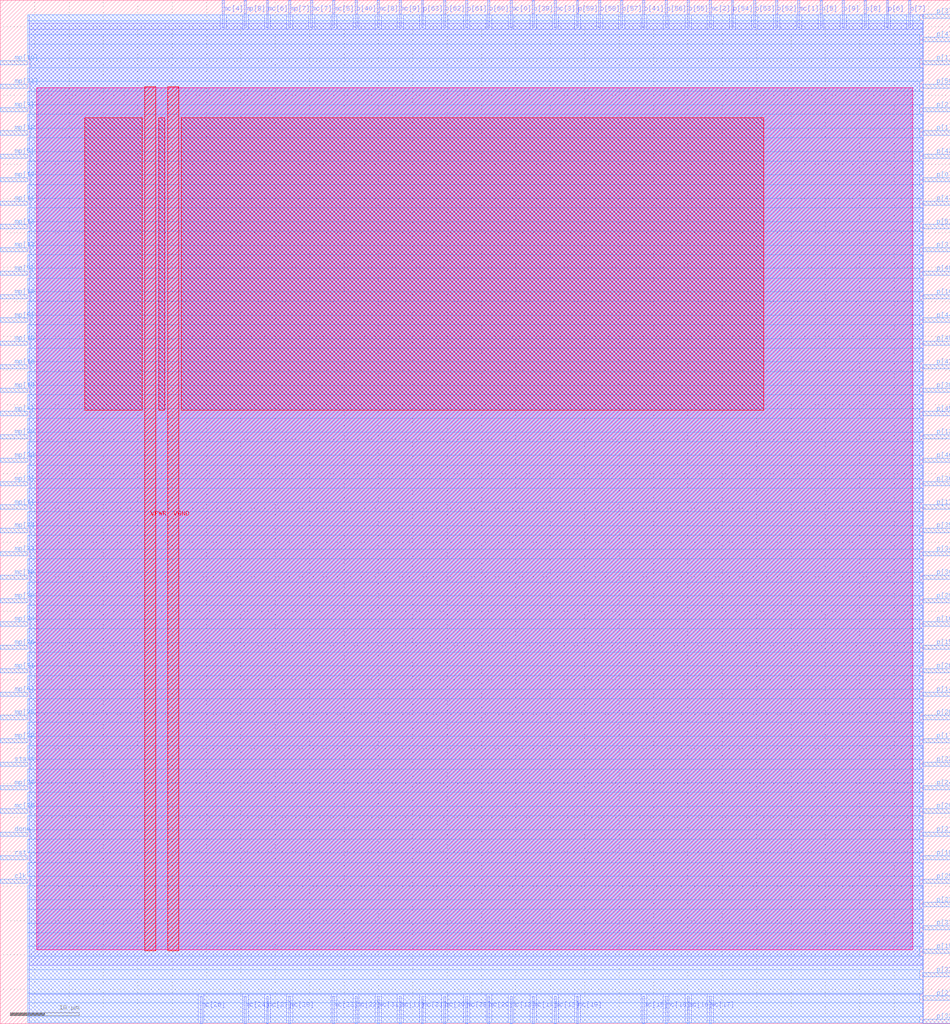
<source format=lef>
VERSION 5.7 ;
  NOWIREEXTENSIONATPIN ON ;
  DIVIDERCHAR "/" ;
  BUSBITCHARS "[]" ;
MACRO pm32
  CLASS BLOCK ;
  FOREIGN pm32 ;
  ORIGIN 0.000 0.000 ;
  SIZE 138.155 BY 148.875 ;
  PIN VGND
    DIRECTION INOUT ;
    USE GROUND ;
    PORT
      LAYER met4 ;
        RECT 24.340 10.640 25.940 136.240 ;
    END
  END VGND
  PIN VPWR
    DIRECTION INOUT ;
    USE POWER ;
    PORT
      LAYER met4 ;
        RECT 21.040 10.640 22.640 136.240 ;
    END
  END VPWR
  PIN clk
    DIRECTION INPUT ;
    USE SIGNAL ;
    ANTENNAGATEAREA 0.852000 ;
    PORT
      LAYER met3 ;
        RECT 0.000 20.440 4.000 21.040 ;
    END
  END clk
  PIN done
    DIRECTION OUTPUT ;
    USE SIGNAL ;
    ANTENNADIFFAREA 0.445500 ;
    PORT
      LAYER met3 ;
        RECT 0.000 27.240 4.000 27.840 ;
    END
  END done
  PIN mc[0]
    DIRECTION INPUT ;
    USE SIGNAL ;
    ANTENNAGATEAREA 0.196500 ;
    PORT
      LAYER met2 ;
        RECT 74.150 144.875 74.430 148.875 ;
    END
  END mc[0]
  PIN mc[10]
    DIRECTION INPUT ;
    USE SIGNAL ;
    ANTENNAGATEAREA 0.196500 ;
    PORT
      LAYER met3 ;
        RECT 0.000 64.640 4.000 65.240 ;
    END
  END mc[10]
  PIN mc[11]
    DIRECTION INPUT ;
    USE SIGNAL ;
    ANTENNAGATEAREA 0.196500 ;
    PORT
      LAYER met2 ;
        RECT 58.050 0.000 58.330 4.000 ;
    END
  END mc[11]
  PIN mc[12]
    DIRECTION INPUT ;
    USE SIGNAL ;
    ANTENNAGATEAREA 0.196500 ;
    PORT
      LAYER met2 ;
        RECT 74.150 0.000 74.430 4.000 ;
    END
  END mc[12]
  PIN mc[13]
    DIRECTION INPUT ;
    USE SIGNAL ;
    ANTENNAGATEAREA 0.196500 ;
    PORT
      LAYER met2 ;
        RECT 80.590 0.000 80.870 4.000 ;
    END
  END mc[13]
  PIN mc[14]
    DIRECTION INPUT ;
    USE SIGNAL ;
    ANTENNAGATEAREA 0.196500 ;
    PORT
      LAYER met2 ;
        RECT 77.370 0.000 77.650 4.000 ;
    END
  END mc[14]
  PIN mc[15]
    DIRECTION INPUT ;
    USE SIGNAL ;
    ANTENNAGATEAREA 0.196500 ;
    PORT
      LAYER met2 ;
        RECT 93.470 0.000 93.750 4.000 ;
    END
  END mc[15]
  PIN mc[16]
    DIRECTION INPUT ;
    USE SIGNAL ;
    ANTENNAGATEAREA 0.196500 ;
    PORT
      LAYER met2 ;
        RECT 99.910 0.000 100.190 4.000 ;
    END
  END mc[16]
  PIN mc[17]
    DIRECTION INPUT ;
    USE SIGNAL ;
    ANTENNAGATEAREA 0.196500 ;
    PORT
      LAYER met2 ;
        RECT 103.130 0.000 103.410 4.000 ;
    END
  END mc[17]
  PIN mc[18]
    DIRECTION INPUT ;
    USE SIGNAL ;
    ANTENNAGATEAREA 0.196500 ;
    PORT
      LAYER met2 ;
        RECT 96.690 0.000 96.970 4.000 ;
    END
  END mc[18]
  PIN mc[19]
    DIRECTION INPUT ;
    USE SIGNAL ;
    ANTENNAGATEAREA 0.196500 ;
    PORT
      LAYER met2 ;
        RECT 83.810 0.000 84.090 4.000 ;
    END
  END mc[19]
  PIN mc[1]
    DIRECTION INPUT ;
    USE SIGNAL ;
    ANTENNAGATEAREA 0.196500 ;
    PORT
      LAYER met2 ;
        RECT 116.010 144.875 116.290 148.875 ;
    END
  END mc[1]
  PIN mc[20]
    DIRECTION INPUT ;
    USE SIGNAL ;
    ANTENNAGATEAREA 0.196500 ;
    PORT
      LAYER met2 ;
        RECT 70.930 0.000 71.210 4.000 ;
    END
  END mc[20]
  PIN mc[21]
    DIRECTION INPUT ;
    USE SIGNAL ;
    ANTENNAGATEAREA 0.196500 ;
    PORT
      LAYER met2 ;
        RECT 61.270 0.000 61.550 4.000 ;
    END
  END mc[21]
  PIN mc[22]
    DIRECTION INPUT ;
    USE SIGNAL ;
    ANTENNAGATEAREA 0.196500 ;
    PORT
      LAYER met2 ;
        RECT 51.610 0.000 51.890 4.000 ;
    END
  END mc[22]
  PIN mc[23]
    DIRECTION INPUT ;
    USE SIGNAL ;
    ANTENNAGATEAREA 0.196500 ;
    PORT
      LAYER met2 ;
        RECT 48.390 0.000 48.670 4.000 ;
    END
  END mc[23]
  PIN mc[24]
    DIRECTION INPUT ;
    USE SIGNAL ;
    ANTENNAGATEAREA 0.196500 ;
    PORT
      LAYER met2 ;
        RECT 35.510 0.000 35.790 4.000 ;
    END
  END mc[24]
  PIN mc[25]
    DIRECTION INPUT ;
    USE SIGNAL ;
    ANTENNAGATEAREA 0.196500 ;
    PORT
      LAYER met3 ;
        RECT 0.000 30.640 4.000 31.240 ;
    END
  END mc[25]
  PIN mc[26]
    DIRECTION INPUT ;
    USE SIGNAL ;
    ANTENNAGATEAREA 0.196500 ;
    PORT
      LAYER met2 ;
        RECT 29.070 0.000 29.350 4.000 ;
    END
  END mc[26]
  PIN mc[27]
    DIRECTION INPUT ;
    USE SIGNAL ;
    ANTENNAGATEAREA 0.196500 ;
    PORT
      LAYER met2 ;
        RECT 38.730 0.000 39.010 4.000 ;
    END
  END mc[27]
  PIN mc[28]
    DIRECTION INPUT ;
    USE SIGNAL ;
    ANTENNAGATEAREA 0.196500 ;
    PORT
      LAYER met2 ;
        RECT 41.950 0.000 42.230 4.000 ;
    END
  END mc[28]
  PIN mc[29]
    DIRECTION INPUT ;
    USE SIGNAL ;
    ANTENNAGATEAREA 0.196500 ;
    PORT
      LAYER met2 ;
        RECT 67.710 0.000 67.990 4.000 ;
    END
  END mc[29]
  PIN mc[2]
    DIRECTION INPUT ;
    USE SIGNAL ;
    ANTENNAGATEAREA 0.196500 ;
    PORT
      LAYER met2 ;
        RECT 103.130 144.875 103.410 148.875 ;
    END
  END mc[2]
  PIN mc[30]
    DIRECTION INPUT ;
    USE SIGNAL ;
    ANTENNAGATEAREA 0.196500 ;
    PORT
      LAYER met2 ;
        RECT 64.490 0.000 64.770 4.000 ;
    END
  END mc[30]
  PIN mc[31]
    DIRECTION INPUT ;
    USE SIGNAL ;
    ANTENNAGATEAREA 0.196500 ;
    PORT
      LAYER met2 ;
        RECT 54.830 0.000 55.110 4.000 ;
    END
  END mc[31]
  PIN mc[3]
    DIRECTION INPUT ;
    USE SIGNAL ;
    ANTENNAGATEAREA 0.196500 ;
    PORT
      LAYER met2 ;
        RECT 80.590 144.875 80.870 148.875 ;
    END
  END mc[3]
  PIN mc[4]
    DIRECTION INPUT ;
    USE SIGNAL ;
    ANTENNAGATEAREA 0.196500 ;
    PORT
      LAYER met2 ;
        RECT 32.290 144.875 32.570 148.875 ;
    END
  END mc[4]
  PIN mc[5]
    DIRECTION INPUT ;
    USE SIGNAL ;
    ANTENNAGATEAREA 0.196500 ;
    PORT
      LAYER met2 ;
        RECT 48.390 144.875 48.670 148.875 ;
    END
  END mc[5]
  PIN mc[6]
    DIRECTION INPUT ;
    USE SIGNAL ;
    ANTENNAGATEAREA 0.196500 ;
    PORT
      LAYER met2 ;
        RECT 38.730 144.875 39.010 148.875 ;
    END
  END mc[6]
  PIN mc[7]
    DIRECTION INPUT ;
    USE SIGNAL ;
    ANTENNAGATEAREA 0.196500 ;
    PORT
      LAYER met2 ;
        RECT 45.170 144.875 45.450 148.875 ;
    END
  END mc[7]
  PIN mc[8]
    DIRECTION INPUT ;
    USE SIGNAL ;
    ANTENNAGATEAREA 0.196500 ;
    PORT
      LAYER met2 ;
        RECT 54.830 144.875 55.110 148.875 ;
    END
  END mc[8]
  PIN mc[9]
    DIRECTION INPUT ;
    USE SIGNAL ;
    ANTENNAGATEAREA 0.196500 ;
    PORT
      LAYER met2 ;
        RECT 58.050 144.875 58.330 148.875 ;
    END
  END mc[9]
  PIN mp[0]
    DIRECTION INPUT ;
    USE SIGNAL ;
    ANTENNAGATEAREA 0.196500 ;
    PORT
      LAYER met3 ;
        RECT 0.000 47.640 4.000 48.240 ;
    END
  END mp[0]
  PIN mp[10]
    DIRECTION INPUT ;
    USE SIGNAL ;
    ANTENNAGATEAREA 0.196500 ;
    PORT
      LAYER met3 ;
        RECT 0.000 139.440 4.000 140.040 ;
    END
  END mp[10]
  PIN mp[11]
    DIRECTION INPUT ;
    USE SIGNAL ;
    ANTENNAGATEAREA 0.196500 ;
    PORT
      LAYER met3 ;
        RECT 0.000 119.040 4.000 119.640 ;
    END
  END mp[11]
  PIN mp[12]
    DIRECTION INPUT ;
    USE SIGNAL ;
    ANTENNAGATEAREA 0.196500 ;
    PORT
      LAYER met3 ;
        RECT 0.000 112.240 4.000 112.840 ;
    END
  END mp[12]
  PIN mp[13]
    DIRECTION INPUT ;
    USE SIGNAL ;
    ANTENNAGATEAREA 0.196500 ;
    PORT
      LAYER met3 ;
        RECT 0.000 115.640 4.000 116.240 ;
    END
  END mp[13]
  PIN mp[14]
    DIRECTION INPUT ;
    USE SIGNAL ;
    ANTENNAGATEAREA 0.196500 ;
    PORT
      LAYER met3 ;
        RECT 0.000 105.440 4.000 106.040 ;
    END
  END mp[14]
  PIN mp[15]
    DIRECTION INPUT ;
    USE SIGNAL ;
    ANTENNAGATEAREA 0.196500 ;
    PORT
      LAYER met3 ;
        RECT 0.000 98.640 4.000 99.240 ;
    END
  END mp[15]
  PIN mp[16]
    DIRECTION INPUT ;
    USE SIGNAL ;
    ANTENNAGATEAREA 0.196500 ;
    PORT
      LAYER met3 ;
        RECT 0.000 95.240 4.000 95.840 ;
    END
  END mp[16]
  PIN mp[17]
    DIRECTION INPUT ;
    USE SIGNAL ;
    ANTENNAGATEAREA 0.196500 ;
    PORT
      LAYER met3 ;
        RECT 0.000 122.440 4.000 123.040 ;
    END
  END mp[17]
  PIN mp[18]
    DIRECTION INPUT ;
    USE SIGNAL ;
    ANTENNAGATEAREA 0.196500 ;
    PORT
      LAYER met3 ;
        RECT 0.000 129.240 4.000 129.840 ;
    END
  END mp[18]
  PIN mp[19]
    DIRECTION INPUT ;
    USE SIGNAL ;
    ANTENNAGATEAREA 0.196500 ;
    PORT
      LAYER met3 ;
        RECT 0.000 91.840 4.000 92.440 ;
    END
  END mp[19]
  PIN mp[1]
    DIRECTION INPUT ;
    USE SIGNAL ;
    ANTENNAGATEAREA 0.196500 ;
    PORT
      LAYER met3 ;
        RECT 0.000 74.840 4.000 75.440 ;
    END
  END mp[1]
  PIN mp[20]
    DIRECTION INPUT ;
    USE SIGNAL ;
    ANTENNAGATEAREA 0.196500 ;
    PORT
      LAYER met3 ;
        RECT 0.000 85.040 4.000 85.640 ;
    END
  END mp[20]
  PIN mp[21]
    DIRECTION INPUT ;
    USE SIGNAL ;
    ANTENNAGATEAREA 0.196500 ;
    PORT
      LAYER met3 ;
        RECT 0.000 136.040 4.000 136.640 ;
    END
  END mp[21]
  PIN mp[22]
    DIRECTION INPUT ;
    USE SIGNAL ;
    ANTENNAGATEAREA 0.196500 ;
    PORT
      LAYER met3 ;
        RECT 0.000 81.640 4.000 82.240 ;
    END
  END mp[22]
  PIN mp[23]
    DIRECTION INPUT ;
    USE SIGNAL ;
    ANTENNAGATEAREA 0.196500 ;
    PORT
      LAYER met3 ;
        RECT 0.000 68.040 4.000 68.640 ;
    END
  END mp[23]
  PIN mp[24]
    DIRECTION INPUT ;
    USE SIGNAL ;
    ANTENNAGATEAREA 0.196500 ;
    PORT
      LAYER met3 ;
        RECT 0.000 57.840 4.000 58.440 ;
    END
  END mp[24]
  PIN mp[25]
    DIRECTION INPUT ;
    USE SIGNAL ;
    ANTENNAGATEAREA 0.196500 ;
    PORT
      LAYER met3 ;
        RECT 0.000 44.240 4.000 44.840 ;
    END
  END mp[25]
  PIN mp[26]
    DIRECTION INPUT ;
    USE SIGNAL ;
    ANTENNAGATEAREA 0.196500 ;
    PORT
      LAYER met3 ;
        RECT 0.000 54.440 4.000 55.040 ;
    END
  END mp[26]
  PIN mp[27]
    DIRECTION INPUT ;
    USE SIGNAL ;
    ANTENNAGATEAREA 0.196500 ;
    PORT
      LAYER met3 ;
        RECT 0.000 34.040 4.000 34.640 ;
    END
  END mp[27]
  PIN mp[28]
    DIRECTION INPUT ;
    USE SIGNAL ;
    ANTENNAGATEAREA 0.196500 ;
    PORT
      LAYER met3 ;
        RECT 0.000 71.440 4.000 72.040 ;
    END
  END mp[28]
  PIN mp[29]
    DIRECTION INPUT ;
    USE SIGNAL ;
    ANTENNAGATEAREA 0.196500 ;
    PORT
      LAYER met3 ;
        RECT 0.000 40.840 4.000 41.440 ;
    END
  END mp[29]
  PIN mp[2]
    DIRECTION INPUT ;
    USE SIGNAL ;
    ANTENNAGATEAREA 0.196500 ;
    PORT
      LAYER met3 ;
        RECT 0.000 78.240 4.000 78.840 ;
    END
  END mp[2]
  PIN mp[30]
    DIRECTION INPUT ;
    USE SIGNAL ;
    ANTENNAGATEAREA 0.196500 ;
    PORT
      LAYER met3 ;
        RECT 0.000 61.240 4.000 61.840 ;
    END
  END mp[30]
  PIN mp[31]
    DIRECTION INPUT ;
    USE SIGNAL ;
    ANTENNAGATEAREA 0.196500 ;
    PORT
      LAYER met3 ;
        RECT 0.000 51.040 4.000 51.640 ;
    END
  END mp[31]
  PIN mp[3]
    DIRECTION INPUT ;
    USE SIGNAL ;
    ANTENNAGATEAREA 0.196500 ;
    PORT
      LAYER met3 ;
        RECT 0.000 132.640 4.000 133.240 ;
    END
  END mp[3]
  PIN mp[4]
    DIRECTION INPUT ;
    USE SIGNAL ;
    ANTENNAGATEAREA 0.196500 ;
    PORT
      LAYER met3 ;
        RECT 0.000 88.440 4.000 89.040 ;
    END
  END mp[4]
  PIN mp[5]
    DIRECTION INPUT ;
    USE SIGNAL ;
    ANTENNAGATEAREA 0.196500 ;
    PORT
      LAYER met3 ;
        RECT 0.000 125.840 4.000 126.440 ;
    END
  END mp[5]
  PIN mp[6]
    DIRECTION INPUT ;
    USE SIGNAL ;
    ANTENNAGATEAREA 0.196500 ;
    PORT
      LAYER met3 ;
        RECT 0.000 102.040 4.000 102.640 ;
    END
  END mp[6]
  PIN mp[7]
    DIRECTION INPUT ;
    USE SIGNAL ;
    ANTENNAGATEAREA 0.196500 ;
    PORT
      LAYER met2 ;
        RECT 41.950 144.875 42.230 148.875 ;
    END
  END mp[7]
  PIN mp[8]
    DIRECTION INPUT ;
    USE SIGNAL ;
    ANTENNAGATEAREA 0.196500 ;
    PORT
      LAYER met2 ;
        RECT 35.510 144.875 35.790 148.875 ;
    END
  END mp[8]
  PIN mp[9]
    DIRECTION INPUT ;
    USE SIGNAL ;
    ANTENNAGATEAREA 0.196500 ;
    PORT
      LAYER met3 ;
        RECT 0.000 108.840 4.000 109.440 ;
    END
  END mp[9]
  PIN p[0]
    DIRECTION OUTPUT ;
    USE SIGNAL ;
    ANTENNADIFFAREA 0.445500 ;
    PORT
      LAYER met3 ;
        RECT 134.155 122.440 138.155 123.040 ;
    END
  END p[0]
  PIN p[10]
    DIRECTION OUTPUT ;
    USE SIGNAL ;
    ANTENNADIFFAREA 0.445500 ;
    PORT
      LAYER met3 ;
        RECT 134.155 105.440 138.155 106.040 ;
    END
  END p[10]
  PIN p[11]
    DIRECTION OUTPUT ;
    USE SIGNAL ;
    ANTENNADIFFAREA 0.445500 ;
    PORT
      LAYER met3 ;
        RECT 134.155 139.440 138.155 140.040 ;
    END
  END p[11]
  PIN p[12]
    DIRECTION OUTPUT ;
    USE SIGNAL ;
    ANTENNADIFFAREA 0.445500 ;
    PORT
      LAYER met3 ;
        RECT 134.155 85.040 138.155 85.640 ;
    END
  END p[12]
  PIN p[13]
    DIRECTION OUTPUT ;
    USE SIGNAL ;
    ANTENNADIFFAREA 0.445500 ;
    PORT
      LAYER met3 ;
        RECT 134.155 74.840 138.155 75.440 ;
    END
  END p[13]
  PIN p[14]
    DIRECTION OUTPUT ;
    USE SIGNAL ;
    ANTENNADIFFAREA 0.445500 ;
    PORT
      LAYER met3 ;
        RECT 134.155 47.640 138.155 48.240 ;
    END
  END p[14]
  PIN p[15]
    DIRECTION OUTPUT ;
    USE SIGNAL ;
    ANTENNADIFFAREA 0.445500 ;
    PORT
      LAYER met3 ;
        RECT 134.155 54.440 138.155 55.040 ;
    END
  END p[15]
  PIN p[16]
    DIRECTION OUTPUT ;
    USE SIGNAL ;
    ANTENNADIFFAREA 0.445500 ;
    PORT
      LAYER met3 ;
        RECT 134.155 57.840 138.155 58.440 ;
    END
  END p[16]
  PIN p[17]
    DIRECTION OUTPUT ;
    USE SIGNAL ;
    ANTENNADIFFAREA 0.445500 ;
    PORT
      LAYER met3 ;
        RECT 134.155 40.840 138.155 41.440 ;
    END
  END p[17]
  PIN p[18]
    DIRECTION OUTPUT ;
    USE SIGNAL ;
    ANTENNADIFFAREA 0.445500 ;
    PORT
      LAYER met3 ;
        RECT 134.155 23.840 138.155 24.440 ;
    END
  END p[18]
  PIN p[19]
    DIRECTION OUTPUT ;
    USE SIGNAL ;
    ANTENNADIFFAREA 0.445500 ;
    PORT
      LAYER met3 ;
        RECT 134.155 10.240 138.155 10.840 ;
    END
  END p[19]
  PIN p[1]
    DIRECTION OUTPUT ;
    USE SIGNAL ;
    ANTENNADIFFAREA 0.445500 ;
    PORT
      LAYER met3 ;
        RECT 134.155 129.240 138.155 129.840 ;
    END
  END p[1]
  PIN p[20]
    DIRECTION OUTPUT ;
    USE SIGNAL ;
    ANTENNADIFFAREA 0.445500 ;
    PORT
      LAYER met3 ;
        RECT 134.155 30.640 138.155 31.240 ;
    END
  END p[20]
  PIN p[21]
    DIRECTION OUTPUT ;
    USE SIGNAL ;
    ANTENNADIFFAREA 0.445500 ;
    PORT
      LAYER met3 ;
        RECT 134.155 27.240 138.155 27.840 ;
    END
  END p[21]
  PIN p[22]
    DIRECTION OUTPUT ;
    USE SIGNAL ;
    ANTENNADIFFAREA 0.445500 ;
    PORT
      LAYER met3 ;
        RECT 134.155 37.440 138.155 38.040 ;
    END
  END p[22]
  PIN p[23]
    DIRECTION OUTPUT ;
    USE SIGNAL ;
    ANTENNADIFFAREA 0.445500 ;
    PORT
      LAYER met3 ;
        RECT 134.155 17.040 138.155 17.640 ;
    END
  END p[23]
  PIN p[24]
    DIRECTION OUTPUT ;
    USE SIGNAL ;
    ANTENNADIFFAREA 0.445500 ;
    PORT
      LAYER met3 ;
        RECT 134.155 34.040 138.155 34.640 ;
    END
  END p[24]
  PIN p[25]
    DIRECTION OUTPUT ;
    USE SIGNAL ;
    ANTENNADIFFAREA 0.445500 ;
    PORT
      LAYER met3 ;
        RECT 134.155 20.440 138.155 21.040 ;
    END
  END p[25]
  PIN p[26]
    DIRECTION OUTPUT ;
    USE SIGNAL ;
    ANTENNADIFFAREA 0.445500 ;
    PORT
      LAYER met3 ;
        RECT 134.155 51.040 138.155 51.640 ;
    END
  END p[26]
  PIN p[27]
    DIRECTION OUTPUT ;
    USE SIGNAL ;
    ANTENNADIFFAREA 0.445500 ;
    PORT
      LAYER met3 ;
        RECT 134.155 3.440 138.155 4.040 ;
    END
  END p[27]
  PIN p[28]
    DIRECTION OUTPUT ;
    USE SIGNAL ;
    ANTENNADIFFAREA 0.445500 ;
    PORT
      LAYER met3 ;
        RECT 134.155 44.240 138.155 44.840 ;
    END
  END p[28]
  PIN p[29]
    DIRECTION OUTPUT ;
    USE SIGNAL ;
    ANTENNADIFFAREA 0.445500 ;
    PORT
      LAYER met3 ;
        RECT 134.155 61.240 138.155 61.840 ;
    END
  END p[29]
  PIN p[2]
    DIRECTION OUTPUT ;
    USE SIGNAL ;
    ANTENNADIFFAREA 0.445500 ;
    PORT
      LAYER met3 ;
        RECT 134.155 132.640 138.155 133.240 ;
    END
  END p[2]
  PIN p[30]
    DIRECTION OUTPUT ;
    USE SIGNAL ;
    ANTENNADIFFAREA 0.445500 ;
    PORT
      LAYER met3 ;
        RECT 134.155 64.640 138.155 65.240 ;
    END
  END p[30]
  PIN p[31]
    DIRECTION OUTPUT ;
    USE SIGNAL ;
    ANTENNADIFFAREA 0.445500 ;
    PORT
      LAYER met3 ;
        RECT 134.155 13.640 138.155 14.240 ;
    END
  END p[31]
  PIN p[32]
    DIRECTION OUTPUT ;
    USE SIGNAL ;
    ANTENNADIFFAREA 0.445500 ;
    PORT
      LAYER met3 ;
        RECT 134.155 0.040 138.155 0.640 ;
    END
  END p[32]
  PIN p[33]
    DIRECTION OUTPUT ;
    USE SIGNAL ;
    ANTENNADIFFAREA 0.445500 ;
    PORT
      LAYER met3 ;
        RECT 134.155 6.840 138.155 7.440 ;
    END
  END p[33]
  PIN p[34]
    DIRECTION OUTPUT ;
    USE SIGNAL ;
    ANTENNADIFFAREA 0.445500 ;
    PORT
      LAYER met3 ;
        RECT 134.155 68.040 138.155 68.640 ;
    END
  END p[34]
  PIN p[35]
    DIRECTION OUTPUT ;
    USE SIGNAL ;
    ANTENNADIFFAREA 0.445500 ;
    PORT
      LAYER met3 ;
        RECT 134.155 71.440 138.155 72.040 ;
    END
  END p[35]
  PIN p[36]
    DIRECTION OUTPUT ;
    USE SIGNAL ;
    ANTENNADIFFAREA 0.445500 ;
    PORT
      LAYER met3 ;
        RECT 134.155 78.240 138.155 78.840 ;
    END
  END p[36]
  PIN p[37]
    DIRECTION OUTPUT ;
    USE SIGNAL ;
    ANTENNADIFFAREA 0.445500 ;
    PORT
      LAYER met3 ;
        RECT 134.155 146.240 138.155 146.840 ;
    END
  END p[37]
  PIN p[38]
    DIRECTION OUTPUT ;
    USE SIGNAL ;
    ANTENNADIFFAREA 0.445500 ;
    PORT
      LAYER met3 ;
        RECT 134.155 91.840 138.155 92.440 ;
    END
  END p[38]
  PIN p[39]
    DIRECTION OUTPUT ;
    USE SIGNAL ;
    ANTENNADIFFAREA 0.445500 ;
    PORT
      LAYER met2 ;
        RECT 77.370 144.875 77.650 148.875 ;
    END
  END p[39]
  PIN p[3]
    DIRECTION OUTPUT ;
    USE SIGNAL ;
    ANTENNADIFFAREA 0.445500 ;
    PORT
      LAYER met3 ;
        RECT 134.155 112.240 138.155 112.840 ;
    END
  END p[3]
  PIN p[40]
    DIRECTION OUTPUT ;
    USE SIGNAL ;
    ANTENNADIFFAREA 0.445500 ;
    PORT
      LAYER met2 ;
        RECT 51.610 144.875 51.890 148.875 ;
    END
  END p[40]
  PIN p[41]
    DIRECTION OUTPUT ;
    USE SIGNAL ;
    ANTENNADIFFAREA 0.445500 ;
    PORT
      LAYER met2 ;
        RECT 93.470 144.875 93.750 148.875 ;
    END
  END p[41]
  PIN p[42]
    DIRECTION OUTPUT ;
    USE SIGNAL ;
    ANTENNADIFFAREA 0.445500 ;
    PORT
      LAYER met3 ;
        RECT 134.155 125.840 138.155 126.440 ;
    END
  END p[42]
  PIN p[43]
    DIRECTION OUTPUT ;
    USE SIGNAL ;
    ANTENNADIFFAREA 0.445500 ;
    PORT
      LAYER met3 ;
        RECT 134.155 95.240 138.155 95.840 ;
    END
  END p[43]
  PIN p[44]
    DIRECTION OUTPUT ;
    USE SIGNAL ;
    ANTENNADIFFAREA 0.445500 ;
    PORT
      LAYER met3 ;
        RECT 134.155 102.040 138.155 102.640 ;
    END
  END p[44]
  PIN p[45]
    DIRECTION OUTPUT ;
    USE SIGNAL ;
    ANTENNADIFFAREA 0.445500 ;
    PORT
      LAYER met3 ;
        RECT 134.155 88.440 138.155 89.040 ;
    END
  END p[45]
  PIN p[46]
    DIRECTION OUTPUT ;
    USE SIGNAL ;
    ANTENNADIFFAREA 0.445500 ;
    PORT
      LAYER met3 ;
        RECT 134.155 81.640 138.155 82.240 ;
    END
  END p[46]
  PIN p[47]
    DIRECTION OUTPUT ;
    USE SIGNAL ;
    ANTENNADIFFAREA 0.445500 ;
    PORT
      LAYER met3 ;
        RECT 134.155 142.840 138.155 143.440 ;
    END
  END p[47]
  PIN p[48]
    DIRECTION OUTPUT ;
    USE SIGNAL ;
    ANTENNADIFFAREA 0.445500 ;
    PORT
      LAYER met3 ;
        RECT 134.155 108.840 138.155 109.440 ;
    END
  END p[48]
  PIN p[49]
    DIRECTION OUTPUT ;
    USE SIGNAL ;
    ANTENNADIFFAREA 0.445500 ;
    PORT
      LAYER met3 ;
        RECT 134.155 98.640 138.155 99.240 ;
    END
  END p[49]
  PIN p[4]
    DIRECTION OUTPUT ;
    USE SIGNAL ;
    ANTENNADIFFAREA 0.445500 ;
    PORT
      LAYER met3 ;
        RECT 134.155 119.040 138.155 119.640 ;
    END
  END p[4]
  PIN p[50]
    DIRECTION OUTPUT ;
    USE SIGNAL ;
    ANTENNADIFFAREA 0.445500 ;
    PORT
      LAYER met3 ;
        RECT 134.155 136.040 138.155 136.640 ;
    END
  END p[50]
  PIN p[51]
    DIRECTION OUTPUT ;
    USE SIGNAL ;
    ANTENNADIFFAREA 0.445500 ;
    PORT
      LAYER met3 ;
        RECT 134.155 115.640 138.155 116.240 ;
    END
  END p[51]
  PIN p[52]
    DIRECTION OUTPUT ;
    USE SIGNAL ;
    ANTENNADIFFAREA 0.445500 ;
    PORT
      LAYER met2 ;
        RECT 112.790 144.875 113.070 148.875 ;
    END
  END p[52]
  PIN p[53]
    DIRECTION OUTPUT ;
    USE SIGNAL ;
    ANTENNADIFFAREA 0.445500 ;
    PORT
      LAYER met2 ;
        RECT 109.570 144.875 109.850 148.875 ;
    END
  END p[53]
  PIN p[54]
    DIRECTION OUTPUT ;
    USE SIGNAL ;
    ANTENNADIFFAREA 0.445500 ;
    PORT
      LAYER met2 ;
        RECT 106.350 144.875 106.630 148.875 ;
    END
  END p[54]
  PIN p[55]
    DIRECTION OUTPUT ;
    USE SIGNAL ;
    ANTENNADIFFAREA 0.445500 ;
    PORT
      LAYER met2 ;
        RECT 99.910 144.875 100.190 148.875 ;
    END
  END p[55]
  PIN p[56]
    DIRECTION OUTPUT ;
    USE SIGNAL ;
    ANTENNADIFFAREA 0.445500 ;
    PORT
      LAYER met2 ;
        RECT 96.690 144.875 96.970 148.875 ;
    END
  END p[56]
  PIN p[57]
    DIRECTION OUTPUT ;
    USE SIGNAL ;
    ANTENNADIFFAREA 0.445500 ;
    PORT
      LAYER met2 ;
        RECT 90.250 144.875 90.530 148.875 ;
    END
  END p[57]
  PIN p[58]
    DIRECTION OUTPUT ;
    USE SIGNAL ;
    ANTENNADIFFAREA 0.445500 ;
    PORT
      LAYER met2 ;
        RECT 87.030 144.875 87.310 148.875 ;
    END
  END p[58]
  PIN p[59]
    DIRECTION OUTPUT ;
    USE SIGNAL ;
    ANTENNADIFFAREA 0.445500 ;
    PORT
      LAYER met2 ;
        RECT 83.810 144.875 84.090 148.875 ;
    END
  END p[59]
  PIN p[5]
    DIRECTION OUTPUT ;
    USE SIGNAL ;
    ANTENNADIFFAREA 0.445500 ;
    PORT
      LAYER met2 ;
        RECT 119.230 144.875 119.510 148.875 ;
    END
  END p[5]
  PIN p[60]
    DIRECTION OUTPUT ;
    USE SIGNAL ;
    ANTENNADIFFAREA 0.445500 ;
    PORT
      LAYER met2 ;
        RECT 70.930 144.875 71.210 148.875 ;
    END
  END p[60]
  PIN p[61]
    DIRECTION OUTPUT ;
    USE SIGNAL ;
    ANTENNADIFFAREA 0.445500 ;
    PORT
      LAYER met2 ;
        RECT 67.710 144.875 67.990 148.875 ;
    END
  END p[61]
  PIN p[62]
    DIRECTION OUTPUT ;
    USE SIGNAL ;
    ANTENNADIFFAREA 0.445500 ;
    PORT
      LAYER met2 ;
        RECT 64.490 144.875 64.770 148.875 ;
    END
  END p[62]
  PIN p[63]
    DIRECTION OUTPUT ;
    USE SIGNAL ;
    ANTENNADIFFAREA 0.445500 ;
    PORT
      LAYER met2 ;
        RECT 61.270 144.875 61.550 148.875 ;
    END
  END p[63]
  PIN p[6]
    DIRECTION OUTPUT ;
    USE SIGNAL ;
    ANTENNADIFFAREA 0.445500 ;
    PORT
      LAYER met2 ;
        RECT 128.890 144.875 129.170 148.875 ;
    END
  END p[6]
  PIN p[7]
    DIRECTION OUTPUT ;
    USE SIGNAL ;
    ANTENNADIFFAREA 0.445500 ;
    PORT
      LAYER met2 ;
        RECT 132.110 144.875 132.390 148.875 ;
    END
  END p[7]
  PIN p[8]
    DIRECTION OUTPUT ;
    USE SIGNAL ;
    ANTENNADIFFAREA 0.445500 ;
    PORT
      LAYER met2 ;
        RECT 125.670 144.875 125.950 148.875 ;
    END
  END p[8]
  PIN p[9]
    DIRECTION OUTPUT ;
    USE SIGNAL ;
    ANTENNADIFFAREA 0.445500 ;
    PORT
      LAYER met2 ;
        RECT 122.450 144.875 122.730 148.875 ;
    END
  END p[9]
  PIN rst
    DIRECTION INPUT ;
    USE SIGNAL ;
    ANTENNAGATEAREA 0.196500 ;
    PORT
      LAYER met3 ;
        RECT 0.000 23.840 4.000 24.440 ;
    END
  END rst
  PIN start
    DIRECTION INPUT ;
    USE SIGNAL ;
    ANTENNAGATEAREA 0.213000 ;
    PORT
      LAYER met3 ;
        RECT 0.000 37.440 4.000 38.040 ;
    END
  END start
  OBS
      LAYER nwell ;
        RECT 5.330 10.795 132.670 136.085 ;
      LAYER li1 ;
        RECT 5.520 10.795 132.480 136.085 ;
      LAYER met1 ;
        RECT 4.210 8.540 134.250 145.480 ;
      LAYER met2 ;
        RECT 4.230 144.595 32.010 146.725 ;
        RECT 32.850 144.595 35.230 146.725 ;
        RECT 36.070 144.595 38.450 146.725 ;
        RECT 39.290 144.595 41.670 146.725 ;
        RECT 42.510 144.595 44.890 146.725 ;
        RECT 45.730 144.595 48.110 146.725 ;
        RECT 48.950 144.595 51.330 146.725 ;
        RECT 52.170 144.595 54.550 146.725 ;
        RECT 55.390 144.595 57.770 146.725 ;
        RECT 58.610 144.595 60.990 146.725 ;
        RECT 61.830 144.595 64.210 146.725 ;
        RECT 65.050 144.595 67.430 146.725 ;
        RECT 68.270 144.595 70.650 146.725 ;
        RECT 71.490 144.595 73.870 146.725 ;
        RECT 74.710 144.595 77.090 146.725 ;
        RECT 77.930 144.595 80.310 146.725 ;
        RECT 81.150 144.595 83.530 146.725 ;
        RECT 84.370 144.595 86.750 146.725 ;
        RECT 87.590 144.595 89.970 146.725 ;
        RECT 90.810 144.595 93.190 146.725 ;
        RECT 94.030 144.595 96.410 146.725 ;
        RECT 97.250 144.595 99.630 146.725 ;
        RECT 100.470 144.595 102.850 146.725 ;
        RECT 103.690 144.595 106.070 146.725 ;
        RECT 106.910 144.595 109.290 146.725 ;
        RECT 110.130 144.595 112.510 146.725 ;
        RECT 113.350 144.595 115.730 146.725 ;
        RECT 116.570 144.595 118.950 146.725 ;
        RECT 119.790 144.595 122.170 146.725 ;
        RECT 123.010 144.595 125.390 146.725 ;
        RECT 126.230 144.595 128.610 146.725 ;
        RECT 129.450 144.595 131.830 146.725 ;
        RECT 132.670 144.595 134.230 146.725 ;
        RECT 4.230 4.280 134.230 144.595 ;
        RECT 4.230 0.155 28.790 4.280 ;
        RECT 29.630 0.155 35.230 4.280 ;
        RECT 36.070 0.155 38.450 4.280 ;
        RECT 39.290 0.155 41.670 4.280 ;
        RECT 42.510 0.155 48.110 4.280 ;
        RECT 48.950 0.155 51.330 4.280 ;
        RECT 52.170 0.155 54.550 4.280 ;
        RECT 55.390 0.155 57.770 4.280 ;
        RECT 58.610 0.155 60.990 4.280 ;
        RECT 61.830 0.155 64.210 4.280 ;
        RECT 65.050 0.155 67.430 4.280 ;
        RECT 68.270 0.155 70.650 4.280 ;
        RECT 71.490 0.155 73.870 4.280 ;
        RECT 74.710 0.155 77.090 4.280 ;
        RECT 77.930 0.155 80.310 4.280 ;
        RECT 81.150 0.155 83.530 4.280 ;
        RECT 84.370 0.155 93.190 4.280 ;
        RECT 94.030 0.155 96.410 4.280 ;
        RECT 97.250 0.155 99.630 4.280 ;
        RECT 100.470 0.155 102.850 4.280 ;
        RECT 103.690 0.155 134.230 4.280 ;
      LAYER met3 ;
        RECT 3.990 145.840 133.755 146.705 ;
        RECT 3.990 143.840 134.155 145.840 ;
        RECT 3.990 142.440 133.755 143.840 ;
        RECT 3.990 140.440 134.155 142.440 ;
        RECT 4.400 139.040 133.755 140.440 ;
        RECT 3.990 137.040 134.155 139.040 ;
        RECT 4.400 135.640 133.755 137.040 ;
        RECT 3.990 133.640 134.155 135.640 ;
        RECT 4.400 132.240 133.755 133.640 ;
        RECT 3.990 130.240 134.155 132.240 ;
        RECT 4.400 128.840 133.755 130.240 ;
        RECT 3.990 126.840 134.155 128.840 ;
        RECT 4.400 125.440 133.755 126.840 ;
        RECT 3.990 123.440 134.155 125.440 ;
        RECT 4.400 122.040 133.755 123.440 ;
        RECT 3.990 120.040 134.155 122.040 ;
        RECT 4.400 118.640 133.755 120.040 ;
        RECT 3.990 116.640 134.155 118.640 ;
        RECT 4.400 115.240 133.755 116.640 ;
        RECT 3.990 113.240 134.155 115.240 ;
        RECT 4.400 111.840 133.755 113.240 ;
        RECT 3.990 109.840 134.155 111.840 ;
        RECT 4.400 108.440 133.755 109.840 ;
        RECT 3.990 106.440 134.155 108.440 ;
        RECT 4.400 105.040 133.755 106.440 ;
        RECT 3.990 103.040 134.155 105.040 ;
        RECT 4.400 101.640 133.755 103.040 ;
        RECT 3.990 99.640 134.155 101.640 ;
        RECT 4.400 98.240 133.755 99.640 ;
        RECT 3.990 96.240 134.155 98.240 ;
        RECT 4.400 94.840 133.755 96.240 ;
        RECT 3.990 92.840 134.155 94.840 ;
        RECT 4.400 91.440 133.755 92.840 ;
        RECT 3.990 89.440 134.155 91.440 ;
        RECT 4.400 88.040 133.755 89.440 ;
        RECT 3.990 86.040 134.155 88.040 ;
        RECT 4.400 84.640 133.755 86.040 ;
        RECT 3.990 82.640 134.155 84.640 ;
        RECT 4.400 81.240 133.755 82.640 ;
        RECT 3.990 79.240 134.155 81.240 ;
        RECT 4.400 77.840 133.755 79.240 ;
        RECT 3.990 75.840 134.155 77.840 ;
        RECT 4.400 74.440 133.755 75.840 ;
        RECT 3.990 72.440 134.155 74.440 ;
        RECT 4.400 71.040 133.755 72.440 ;
        RECT 3.990 69.040 134.155 71.040 ;
        RECT 4.400 67.640 133.755 69.040 ;
        RECT 3.990 65.640 134.155 67.640 ;
        RECT 4.400 64.240 133.755 65.640 ;
        RECT 3.990 62.240 134.155 64.240 ;
        RECT 4.400 60.840 133.755 62.240 ;
        RECT 3.990 58.840 134.155 60.840 ;
        RECT 4.400 57.440 133.755 58.840 ;
        RECT 3.990 55.440 134.155 57.440 ;
        RECT 4.400 54.040 133.755 55.440 ;
        RECT 3.990 52.040 134.155 54.040 ;
        RECT 4.400 50.640 133.755 52.040 ;
        RECT 3.990 48.640 134.155 50.640 ;
        RECT 4.400 47.240 133.755 48.640 ;
        RECT 3.990 45.240 134.155 47.240 ;
        RECT 4.400 43.840 133.755 45.240 ;
        RECT 3.990 41.840 134.155 43.840 ;
        RECT 4.400 40.440 133.755 41.840 ;
        RECT 3.990 38.440 134.155 40.440 ;
        RECT 4.400 37.040 133.755 38.440 ;
        RECT 3.990 35.040 134.155 37.040 ;
        RECT 4.400 33.640 133.755 35.040 ;
        RECT 3.990 31.640 134.155 33.640 ;
        RECT 4.400 30.240 133.755 31.640 ;
        RECT 3.990 28.240 134.155 30.240 ;
        RECT 4.400 26.840 133.755 28.240 ;
        RECT 3.990 24.840 134.155 26.840 ;
        RECT 4.400 23.440 133.755 24.840 ;
        RECT 3.990 21.440 134.155 23.440 ;
        RECT 4.400 20.040 133.755 21.440 ;
        RECT 3.990 18.040 134.155 20.040 ;
        RECT 3.990 16.640 133.755 18.040 ;
        RECT 3.990 14.640 134.155 16.640 ;
        RECT 3.990 13.240 133.755 14.640 ;
        RECT 3.990 11.240 134.155 13.240 ;
        RECT 3.990 9.840 133.755 11.240 ;
        RECT 3.990 7.840 134.155 9.840 ;
        RECT 3.990 6.440 133.755 7.840 ;
        RECT 3.990 4.440 134.155 6.440 ;
        RECT 3.990 3.040 133.755 4.440 ;
        RECT 3.990 1.040 134.155 3.040 ;
        RECT 3.990 0.175 133.755 1.040 ;
      LAYER met4 ;
        RECT 12.255 89.255 20.640 131.745 ;
        RECT 23.040 89.255 23.940 131.745 ;
        RECT 26.340 89.255 111.025 131.745 ;
  END
END pm32
END LIBRARY


</source>
